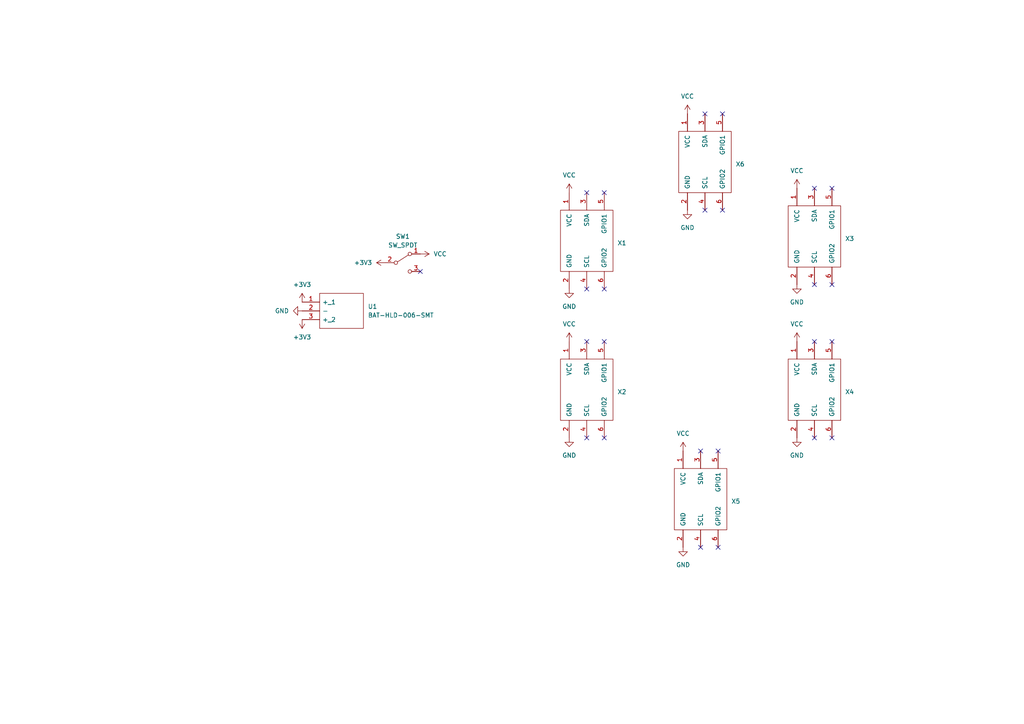
<source format=kicad_sch>
(kicad_sch (version 20230121) (generator eeschema)
  (paper "A4")
  (lib_symbols
    (symbol "BadgePirates:Badgelife_sao_connector_v169bis" (pin_names (offset 1.016))
      (property "Reference" "X" (at 0 0 0))
      (property "Value" "Badgelife_sao_connector_v169bis" (at 0 20.32 0))
      (symbol "Badgelife_sao_connector_v169bis_0_1"
        (rectangle (start -7.62 8.89) (end 7.62 -8.89))
      )
      (symbol "Badgelife_sao_connector_v169bis_1_1"
        (pin input line (at -5.08 13.97 270) (length 5.08) (name "VCC") (number "1"))
        (pin input line (at -5.08 -13.97 90) (length 5.08) (name "GND") (number "2"))
        (pin input line (at 0 13.97 270) (length 5.08) (name "SDA") (number "3"))
        (pin input line (at 0 -13.97 90) (length 5.08) (name "SCL") (number "4"))
        (pin input line (at 5.08 13.97 270) (length 5.08) (name "GPIO1") (number "5"))
        (pin input line (at 5.08 -13.97 90) (length 5.08) (name "GPIO2") (number "6"))
      )
    )
    (symbol "Switch:SW_SPDT" (pin_names (offset 0) hide)
      (property "Reference" "SW" (at 0 4.318 0))
      (property "Value" "SW_SPDT" (at 0 -5.08 0))
      (symbol "SW_SPDT_0_0"
        (circle (center -2.032 0) (radius 0.508))
        (circle (center 2.032 -2.54) (radius 0.508))
      )
      (symbol "SW_SPDT_0_1"
        (polyline (pts (xy -1.524 0.254) (xy 1.651 2.286)))
        (circle (center 2.032 2.54) (radius 0.508))
      )
      (symbol "SW_SPDT_1_1"
        (pin passive line (at 5.08 2.54 180) (length 2.54) (name "A") (number "1"))
        (pin passive line (at -5.08 0 0) (length 2.54) (name "B") (number "2"))
        (pin passive line (at 5.08 -2.54 180) (length 2.54) (name "C") (number "3"))
      )
    )
    (symbol "Temp:BAT-HLD-006-SMT" (pin_names (offset 0.762))
      (property "Reference" "U" (at 19.05 7.62 0))
      (property "Value" "BAT-HLD-006-SMT" (at 19.05 5.08 0))
      (symbol "BAT-HLD-006-SMT_0_0"
        (pin passive line (at 0 0 0) (length 5.08) (name "+_1") (number "1"))
        (pin passive line (at 0 -2.54 0) (length 5.08) (name "-") (number "2"))
        (pin passive line (at 0 -5.08 0) (length 5.08) (name "+_2") (number "3"))
      )
      (symbol "BAT-HLD-006-SMT_0_1"
        (polyline (pts (xy 5.08 2.54) (xy 17.78 2.54) (xy 17.78 -7.62) (xy 5.08 -7.62) (xy 5.08 2.54)) (stroke (width 0.1524)))
      )
    )
    (symbol "power:+3V3" (power) (pin_names (offset 0))
      (property "Value" "+3V3" (at 0 3.556 0))
      (symbol "+3V3_0_1"
        (polyline (pts (xy -0.762 1.27) (xy 0 2.54)))
        (polyline (pts (xy 0 0) (xy 0 2.54)))
        (polyline (pts (xy 0 2.54) (xy 0.762 1.27)))
      )
      (symbol "+3V3_1_1"
        (pin power_in line (at 0 0 90) (length 0) hide (name "+3V3") (number "1"))
      )
    )
    (symbol "power:GND" (power) (pin_names (offset 0))
      (property "Value" "GND" (at 0 -3.81 0))
      (symbol "GND_0_1"
        (polyline (pts (xy 0 0) (xy 0 -1.27) (xy 1.27 -1.27) (xy 0 -2.54) (xy -1.27 -1.27) (xy 0 -1.27)))
      )
      (symbol "GND_1_1"
        (pin power_in line (at 0 0 270) (length 0) hide (name "GND") (number "1"))
      )
    )
    (symbol "power:VCC" (power) (pin_names (offset 0))
      (property "Value" "VCC" (at 0 3.81 0))
      (symbol "VCC_0_1"
        (polyline (pts (xy -0.762 1.27) (xy 0 2.54)))
        (polyline (pts (xy 0 0) (xy 0 2.54)))
        (polyline (pts (xy 0 2.54) (xy 0.762 1.27)))
      )
      (symbol "VCC_1_1"
        (pin power_in line (at 0 0 90) (length 0) hide (name "VCC") (number "1"))
      )
    )
  )
  (no_connect (at 208.28 130.81))
  (no_connect (at 204.47 60.96))
  (no_connect (at 209.55 33.02))
  (no_connect (at 209.55 60.96))
  (no_connect (at 236.22 99.06))
  (no_connect (at 241.3 99.06))
  (no_connect (at 236.22 127))
  (no_connect (at 241.3 127))
  (no_connect (at 121.92 78.74))
  (no_connect (at 175.26 83.82))
  (no_connect (at 170.18 99.06))
  (no_connect (at 175.26 99.06))
  (no_connect (at 170.18 127))
  (no_connect (at 175.26 127))
  (no_connect (at 170.18 55.88))
  (no_connect (at 175.26 55.88))
  (no_connect (at 170.18 83.82))
  (no_connect (at 236.22 82.55))
  (no_connect (at 241.3 82.55))
  (no_connect (at 236.22 54.61))
  (no_connect (at 241.3 54.61))
  (no_connect (at 203.2 158.75))
  (no_connect (at 208.28 158.75))
  (no_connect (at 204.47 33.02))
  (no_connect (at 203.2 130.81))
  (symbol (lib_id "power:GND") (at 165.1 127 0) (unit 1)
    (property "Reference" "#PWR0103" (effects hide))
    (property "Value" "GND" (at 165.1 132.08 0))
  )
  (symbol (lib_id "power:VCC") (at 231.14 99.06 0) (unit 1)
    (property "Reference" "#PWR0107" (effects hide))
    (property "Value" "VCC" (at 231.14 93.98 0))
  )
  (symbol (lib_id "BadgePirates:Badgelife_sao_connector_v169bis") (at 170.18 69.85 0) (unit 1)
    (property "Reference" "X1" (at 179.07 70.485 0) (effects (justify left)))
    (property "Value" "sao" (effects hide))
    (property "Footprint" "BadgePirates:Badgelife-SAOv169-SAO_Side_B.SLK" (effects hide))
  )
  (symbol (lib_id "Temp:BAT-HLD-006-SMT") (at 87.63 87.63 0) (unit 1)
    (property "Reference" "U1" (at 106.68 88.8999 0) (effects (justify left)))
    (property "Value" "BAT-HLD-006-SMT" (at 106.68 91.4399 0) (effects (justify left)))
    (property "Footprint" "BadgePirates:BATHLD006SMT - CR2450" (effects hide))
    (property "Datasheet" "https://linxtechnologies.com/wp/wp-content/uploads/bat-hld-006-smt-ds.pdf" (effects hide))
    (property "Description" "Coin Cell Battery Holders Holder for 2450 Batteries, Surface Mount, Bulk Packaging" (effects hide))
    (property "Height" "5.7" (effects hide))
    (property "Mouser Part Number" "712-BAT-HLD-006-SMT" (effects hide))
    (property "Mouser Price/Stock" "https://www.mouser.co.uk/ProductDetail/Linx-Technologies/BAT-HLD-006-SMT?qs=TuK3vfAjtkUyTQHMSqIP6A%3D%3D" (effects hide))
    (property "Manufacturer_Name" "Linx Technologies" (effects hide))
    (property "Manufacturer_Part_Number" "BAT-HLD-006-SMT" (effects hide))
  )
  (symbol (lib_id "power:VCC") (at 165.1 55.88 0) (unit 1)
    (property "Reference" "#PWR0104" (effects hide))
    (property "Value" "VCC" (at 165.1 50.8 0))
  )
  (symbol (lib_id "power:GND") (at 231.14 127 0) (unit 1)
    (property "Reference" "#PWR0101" (effects hide))
    (property "Value" "GND" (at 231.14 132.08 0))
  )
  (symbol (lib_id "power:GND") (at 231.14 82.55 0) (unit 1)
    (property "Reference" "#PWR0105" (effects hide))
    (property "Value" "GND" (at 231.14 87.63 0))
  )
  (symbol (lib_id "power:+3V3") (at 111.76 76.2 90) (unit 1)
    (property "Reference" "#PWR0113" (effects hide))
    (property "Value" "+3V3" (at 107.95 76.1999 90) (effects (justify left)))
  )
  (symbol (lib_id "power:GND") (at 87.63 90.17 270) (unit 1)
    (property "Reference" "#PWR0102" (effects hide))
    (property "Value" "GND" (at 83.82 90.1699 90) (effects (justify right)))
  )
  (symbol (lib_id "BadgePirates:Badgelife_sao_connector_v169bis") (at 236.22 113.03 0) (unit 1)
    (property "Reference" "X4" (at 245.11 113.665 0) (effects (justify left)))
    (property "Value" "sao" (effects hide))
    (property "Footprint" "BadgePirates:Badgelife-SAOv169-SAO_Side_B.SLK" (effects hide))
  )
  (symbol (lib_id "BadgePirates:Badgelife_sao_connector_v169bis") (at 204.47 46.99 0) (unit 1)
    (property "Reference" "X6" (at 213.36 47.625 0) (effects (justify left)))
    (property "Value" "sao" (effects hide))
    (property "Footprint" "BadgePirates:Badgelife-SAOv169-SAO_Side_B.SLK" (effects hide))
  )
  (symbol (lib_id "power:VCC") (at 231.14 54.61 0) (unit 1)
    (property "Reference" "#PWR0106" (effects hide))
    (property "Value" "VCC" (at 231.14 49.53 0))
  )
  (symbol (lib_id "power:GND") (at 165.1 83.82 0) (unit 1)
    (property "Reference" "#PWR0108" (effects hide))
    (property "Value" "GND" (at 165.1 88.9 0))
  )
  (symbol (lib_id "power:VCC") (at 199.39 33.02 0) (unit 1)
    (property "Reference" "#PWR01" (effects hide))
    (property "Value" "VCC" (at 199.39 27.94 0))
  )
  (symbol (lib_id "BadgePirates:Badgelife_sao_connector_v169bis") (at 236.22 68.58 0) (unit 1)
    (property "Reference" "X3" (at 245.11 69.215 0) (effects (justify left)))
    (property "Value" "sao" (effects hide))
    (property "Footprint" "BadgePirates:Badgelife-SAOv169-SAO_Side_B.SLK" (effects hide))
  )
  (symbol (lib_id "BadgePirates:Badgelife_sao_connector_v169bis") (at 170.18 113.03 0) (unit 1)
    (property "Reference" "X2" (at 179.07 113.665 0) (effects (justify left)))
    (property "Value" "sao" (effects hide))
    (property "Footprint" "BadgePirates:Badgelife-SAOv169-SAO_Side_B.SLK" (effects hide))
  )
  (symbol (lib_id "Switch:SW_SPDT") (at 116.84 76.2 0) (unit 1)
    (property "Reference" "SW1" (at 116.84 68.58 0))
    (property "Value" "SW_SPDT" (at 116.84 71.12 0))
    (property "Footprint" "BadgePirates:SW_SPDT_PCM12" (effects hide))
  )
  (symbol (lib_id "BadgePirates:Badgelife_sao_connector_v169bis") (at 203.2 144.78 0) (unit 1)
    (property "Reference" "X5" (at 212.09 145.415 0) (effects (justify left)))
    (property "Value" "sao" (effects hide))
    (property "Footprint" "BadgePirates:Badgelife-SAOv169-SAO_Side_B.SLK" (effects hide))
  )
  (symbol (lib_id "power:GND") (at 199.39 60.96 0) (unit 1)
    (property "Reference" "#PWR02" (effects hide))
    (property "Value" "GND" (at 199.39 66.04 0))
  )
  (symbol (lib_id "power:+3V3") (at 87.63 87.63 0) (unit 1)
    (property "Reference" "#PWR0111" (effects hide))
    (property "Value" "+3V3" (at 87.63 82.55 0))
  )
  (symbol (lib_id "power:+3V3") (at 87.63 92.71 180) (unit 1)
    (property "Reference" "#PWR0112" (effects hide))
    (property "Value" "+3V3" (at 87.63 97.79 0))
  )
  (symbol (lib_id "power:VCC") (at 165.1 99.06 0) (unit 1)
    (property "Reference" "#PWR0109" (effects hide))
    (property "Value" "VCC" (at 165.1 93.98 0))
  )
  (symbol (lib_id "power:VCC") (at 121.92 73.66 270) (unit 1)
    (property "Reference" "#PWR0110" (effects hide))
    (property "Value" "VCC" (at 125.73 73.6599 90) (effects (justify left)))
  )
  (symbol (lib_id "power:VCC") (at 198.12 130.81 0) (unit 1)
    (property "Reference" "#PWR0115" (effects hide))
    (property "Value" "VCC" (at 198.12 125.73 0))
  )
  (symbol (lib_id "power:GND") (at 198.12 158.75 0) (unit 1)
    (property "Reference" "#PWR0114" (effects hide))
    (property "Value" "GND" (at 198.12 163.83 0))
  )
)
</source>
